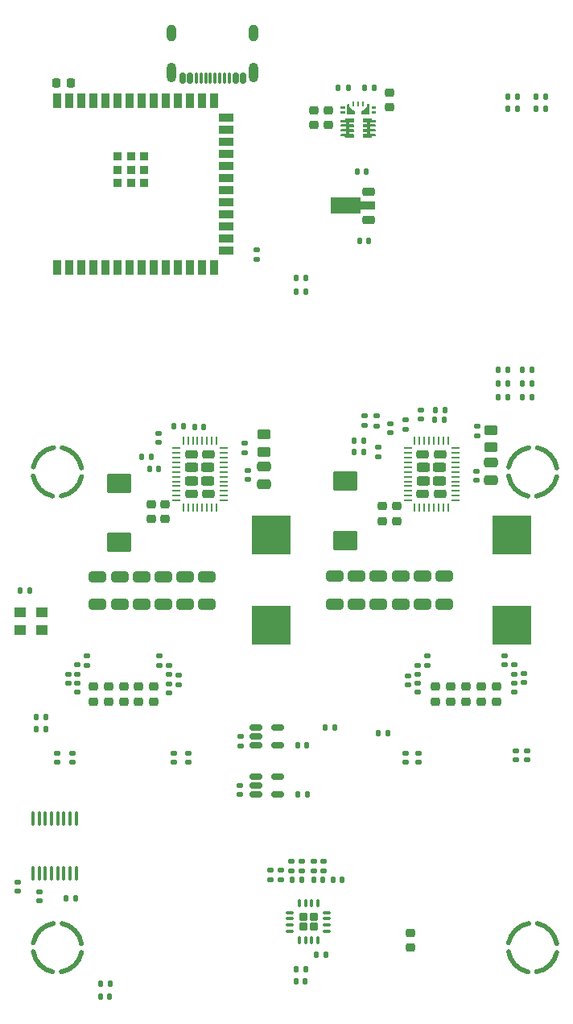
<source format=gbr>
%TF.GenerationSoftware,KiCad,Pcbnew,8.0.7*%
%TF.CreationDate,2025-02-10T22:40:20-05:00*%
%TF.ProjectId,BitaxeGT,42697461-7865-4475-942e-6b696361645f,v800*%
%TF.SameCoordinates,Original*%
%TF.FileFunction,Paste,Bot*%
%TF.FilePolarity,Positive*%
%FSLAX46Y46*%
G04 Gerber Fmt 4.6, Leading zero omitted, Abs format (unit mm)*
G04 Created by KiCad (PCBNEW 8.0.7) date 2025-02-10 22:40:20*
%MOMM*%
%LPD*%
G01*
G04 APERTURE LIST*
G04 Aperture macros list*
%AMRoundRect*
0 Rectangle with rounded corners*
0 $1 Rounding radius*
0 $2 $3 $4 $5 $6 $7 $8 $9 X,Y pos of 4 corners*
0 Add a 4 corners polygon primitive as box body*
4,1,4,$2,$3,$4,$5,$6,$7,$8,$9,$2,$3,0*
0 Add four circle primitives for the rounded corners*
1,1,$1+$1,$2,$3*
1,1,$1+$1,$4,$5*
1,1,$1+$1,$6,$7*
1,1,$1+$1,$8,$9*
0 Add four rect primitives between the rounded corners*
20,1,$1+$1,$2,$3,$4,$5,0*
20,1,$1+$1,$4,$5,$6,$7,0*
20,1,$1+$1,$6,$7,$8,$9,0*
20,1,$1+$1,$8,$9,$2,$3,0*%
%AMFreePoly0*
4,1,9,3.862500,-0.866500,0.737500,-0.866500,0.737500,-0.450000,-0.737500,-0.450000,-0.737500,0.450000,0.737500,0.450000,0.737500,0.866500,3.862500,0.866500,3.862500,-0.866500,3.862500,-0.866500,$1*%
G04 Aperture macros list end*
%ADD10C,0.500000*%
%ADD11C,0.000000*%
%ADD12RoundRect,0.135000X0.185000X-0.135000X0.185000X0.135000X-0.185000X0.135000X-0.185000X-0.135000X0*%
%ADD13RoundRect,0.140000X0.170000X-0.140000X0.170000X0.140000X-0.170000X0.140000X-0.170000X-0.140000X0*%
%ADD14RoundRect,0.140000X-0.140000X-0.170000X0.140000X-0.170000X0.140000X0.170000X-0.140000X0.170000X0*%
%ADD15RoundRect,0.135000X0.135000X0.185000X-0.135000X0.185000X-0.135000X-0.185000X0.135000X-0.185000X0*%
%ADD16RoundRect,0.140000X-0.170000X0.140000X-0.170000X-0.140000X0.170000X-0.140000X0.170000X0.140000X0*%
%ADD17RoundRect,0.250000X-0.650000X0.325000X-0.650000X-0.325000X0.650000X-0.325000X0.650000X0.325000X0*%
%ADD18RoundRect,0.225000X0.225000X0.250000X-0.225000X0.250000X-0.225000X-0.250000X0.225000X-0.250000X0*%
%ADD19RoundRect,0.225000X-0.250000X0.225000X-0.250000X-0.225000X0.250000X-0.225000X0.250000X0.225000X0*%
%ADD20R,1.300000X1.100000*%
%ADD21RoundRect,0.135000X-0.135000X-0.185000X0.135000X-0.185000X0.135000X0.185000X-0.135000X0.185000X0*%
%ADD22RoundRect,0.150000X-0.512500X-0.150000X0.512500X-0.150000X0.512500X0.150000X-0.512500X0.150000X0*%
%ADD23RoundRect,0.062500X0.062500X0.337500X-0.062500X0.337500X-0.062500X-0.337500X0.062500X-0.337500X0*%
%ADD24RoundRect,0.062500X0.337500X0.062500X-0.337500X0.062500X-0.337500X-0.062500X0.337500X-0.062500X0*%
%ADD25RoundRect,0.220588X0.429412X0.229412X-0.429412X0.229412X-0.429412X-0.229412X0.429412X-0.229412X0*%
%ADD26RoundRect,0.232843X0.467157X0.242157X-0.467157X0.242157X-0.467157X-0.242157X0.467157X-0.242157X0*%
%ADD27RoundRect,0.140000X0.140000X0.170000X-0.140000X0.170000X-0.140000X-0.170000X0.140000X-0.170000X0*%
%ADD28R,0.220000X0.599999*%
%ADD29RoundRect,0.250000X0.475000X-0.250000X0.475000X0.250000X-0.475000X0.250000X-0.475000X-0.250000X0*%
%ADD30R,4.100000X4.100000*%
%ADD31O,1.000000X2.100000*%
%ADD32O,1.000000X1.800000*%
%ADD33RoundRect,0.075000X-0.075000X-0.500000X0.075000X-0.500000X0.075000X0.500000X-0.075000X0.500000X0*%
%ADD34RoundRect,0.150000X-0.150000X-0.425000X0.150000X-0.425000X0.150000X0.425000X-0.150000X0.425000X0*%
%ADD35RoundRect,0.135000X-0.185000X0.135000X-0.185000X-0.135000X0.185000X-0.135000X0.185000X0.135000X0*%
%ADD36RoundRect,0.250000X0.450000X-0.262500X0.450000X0.262500X-0.450000X0.262500X-0.450000X-0.262500X0*%
%ADD37RoundRect,0.100000X-0.100000X0.637500X-0.100000X-0.637500X0.100000X-0.637500X0.100000X0.637500X0*%
%ADD38RoundRect,0.225000X0.250000X-0.225000X0.250000X0.225000X-0.250000X0.225000X-0.250000X-0.225000X0*%
%ADD39RoundRect,0.250000X-1.025000X0.787500X-1.025000X-0.787500X1.025000X-0.787500X1.025000X0.787500X0*%
%ADD40R,0.900000X1.500000*%
%ADD41R,1.500000X0.900000*%
%ADD42R,0.900000X0.900000*%
%ADD43RoundRect,0.075000X-0.350000X0.075000X-0.350000X-0.075000X0.350000X-0.075000X0.350000X0.075000X0*%
%ADD44RoundRect,0.075000X-0.075000X0.350000X-0.075000X-0.350000X0.075000X-0.350000X0.075000X0.350000X0*%
%ADD45RoundRect,0.212500X-0.212500X0.212500X-0.212500X-0.212500X0.212500X-0.212500X0.212500X0.212500X0*%
%ADD46RoundRect,0.225000X0.425000X0.225000X-0.425000X0.225000X-0.425000X-0.225000X0.425000X-0.225000X0*%
%ADD47FreePoly0,180.000000*%
G04 APERTURE END LIST*
D10*
%TO.C,H5*%
X156489578Y-84456012D02*
G75*
G02*
X158537929Y-86589611I-500002J-2530078D01*
G01*
X158543988Y-87489578D02*
G75*
G02*
X156410389Y-89537929I-2530078J500002D01*
G01*
X153469924Y-86500000D02*
G75*
G02*
X155603523Y-84451649I2530078J-500002D01*
G01*
X155510422Y-89543988D02*
G75*
G02*
X153462071Y-87410389I500002J2530078D01*
G01*
%TO.C,H8*%
X156489578Y-134456012D02*
G75*
G02*
X158537929Y-136589611I-500002J-2530078D01*
G01*
X158543988Y-137489578D02*
G75*
G02*
X156410389Y-139537929I-2530078J500002D01*
G01*
X153469924Y-136500000D02*
G75*
G02*
X155603523Y-134451649I2530078J-500002D01*
G01*
X155510422Y-139543988D02*
G75*
G02*
X153462071Y-137410389I500002J2530078D01*
G01*
%TO.C,H7*%
X106489578Y-134456012D02*
G75*
G02*
X108537929Y-136589611I-500002J-2530078D01*
G01*
X108543988Y-137489578D02*
G75*
G02*
X106410389Y-139537929I-2530078J500002D01*
G01*
X103469924Y-136500000D02*
G75*
G02*
X105603523Y-134451649I2530078J-500002D01*
G01*
X105510422Y-139543988D02*
G75*
G02*
X103462071Y-137410389I500002J2530078D01*
G01*
%TO.C,H6*%
X106489578Y-84456012D02*
G75*
G02*
X108537929Y-86589611I-500002J-2530078D01*
G01*
X108543988Y-87489578D02*
G75*
G02*
X106410389Y-89537929I-2530078J500002D01*
G01*
X103469924Y-86500000D02*
G75*
G02*
X105603523Y-84451649I2530078J-500002D01*
G01*
X105510422Y-89543988D02*
G75*
G02*
X103462071Y-87410389I500002J2530078D01*
G01*
D11*
%TO.C,U3*%
G36*
X136250000Y-48624999D02*
G01*
X136250000Y-48774999D01*
X136200000Y-48824999D01*
X135850001Y-48824999D01*
X135800001Y-48774999D01*
X135800001Y-48624999D01*
X135850001Y-48574999D01*
X136200000Y-48574999D01*
X136250000Y-48624999D01*
G37*
G36*
X136250000Y-49125001D02*
G01*
X136250000Y-49275001D01*
X136200000Y-49325000D01*
X135850001Y-49325000D01*
X135800001Y-49275001D01*
X135800001Y-49125001D01*
X135850001Y-49075001D01*
X136200000Y-49075001D01*
X136250000Y-49125001D01*
G37*
G36*
X139499999Y-49125001D02*
G01*
X139499999Y-49275001D01*
X139449999Y-49325000D01*
X139100000Y-49325000D01*
X139050000Y-49275001D01*
X139050000Y-49125001D01*
X139100000Y-49075001D01*
X139449999Y-49075001D01*
X139499999Y-49125001D01*
G37*
G36*
X139499999Y-48624999D02*
G01*
X139499999Y-48774999D01*
X139449999Y-48824999D01*
X139100000Y-48824999D01*
X139050000Y-48774999D01*
X139050000Y-48624999D01*
X139100000Y-48574999D01*
X139449999Y-48574999D01*
X139499999Y-48624999D01*
G37*
G36*
X136750002Y-48410001D02*
G01*
X136749999Y-48604001D01*
X136765001Y-48640001D01*
X137125000Y-49000000D01*
X137161002Y-49015001D01*
X137250001Y-49015001D01*
X137300001Y-49065001D01*
X137300001Y-49365000D01*
X137250001Y-49415000D01*
X136500000Y-49415000D01*
X136450000Y-49365000D01*
X136450000Y-48409999D01*
X136500000Y-48360001D01*
X136699999Y-48360001D01*
X136750002Y-48410001D01*
G37*
G36*
X138850000Y-48410001D02*
G01*
X138850000Y-49365000D01*
X138800000Y-49415000D01*
X138049999Y-49415000D01*
X137999999Y-49365000D01*
X137999999Y-49065001D01*
X138049999Y-49015001D01*
X138138998Y-49015001D01*
X138175000Y-49000000D01*
X138534999Y-48640001D01*
X138550001Y-48604001D01*
X138549998Y-48410001D01*
X138600001Y-48360001D01*
X138800000Y-48360001D01*
X138850000Y-48410001D01*
G37*
G36*
X137190001Y-49874999D02*
G01*
X137190001Y-50214999D01*
X137140001Y-50264996D01*
X136769999Y-50265001D01*
X136719999Y-50314998D01*
X136719999Y-50415001D01*
X136769999Y-50465001D01*
X137140001Y-50465001D01*
X137190001Y-50515001D01*
X137189998Y-50714998D01*
X137140001Y-50765000D01*
X136769999Y-50765000D01*
X136719999Y-50815000D01*
X136719999Y-50914997D01*
X136769999Y-50965000D01*
X137140001Y-50965000D01*
X137190001Y-51015000D01*
X137190001Y-51214999D01*
X137140001Y-51264999D01*
X136769999Y-51265002D01*
X136719999Y-51314999D01*
X136719999Y-51414999D01*
X136769999Y-51464999D01*
X137140001Y-51465001D01*
X137190001Y-51515001D01*
X137190003Y-51855000D01*
X137140001Y-51905000D01*
X136300000Y-51905000D01*
X136250000Y-51855000D01*
X136250000Y-51789999D01*
X136200000Y-51739999D01*
X135850001Y-51739999D01*
X135800001Y-51690000D01*
X135800001Y-51540000D01*
X135850001Y-51490000D01*
X136350000Y-51490000D01*
X136400000Y-51440000D01*
X136400000Y-51290000D01*
X136350000Y-51239998D01*
X135850001Y-51240000D01*
X135800001Y-51190001D01*
X135800001Y-51040001D01*
X135850001Y-50989998D01*
X136350000Y-50989998D01*
X136400000Y-50940001D01*
X136400000Y-50790001D01*
X136350000Y-50739999D01*
X135850001Y-50739999D01*
X135800001Y-50689999D01*
X135800001Y-50539999D01*
X135850001Y-50489999D01*
X136350000Y-50489999D01*
X136400000Y-50439997D01*
X136400000Y-50290000D01*
X136350000Y-50239992D01*
X135850001Y-50240000D01*
X135800004Y-50190010D01*
X135799999Y-50040000D01*
X135850001Y-49990011D01*
X136200000Y-49990000D01*
X136250000Y-49940003D01*
X136250000Y-49874999D01*
X136300000Y-49825002D01*
X137139998Y-49824999D01*
X137190001Y-49874999D01*
G37*
G36*
X139000000Y-49825002D02*
G01*
X139050000Y-49874999D01*
X139050000Y-49940001D01*
X139100000Y-49990000D01*
X139449999Y-49990011D01*
X139500001Y-50040000D01*
X139499996Y-50190010D01*
X139449999Y-50240000D01*
X138950000Y-50239992D01*
X138900000Y-50290000D01*
X138900000Y-50439997D01*
X138950000Y-50489999D01*
X139449999Y-50489999D01*
X139499999Y-50539999D01*
X139499999Y-50689999D01*
X139449999Y-50739999D01*
X138950000Y-50739999D01*
X138900000Y-50789999D01*
X138900000Y-50940001D01*
X138950000Y-50989998D01*
X139449999Y-50989998D01*
X139499999Y-51040001D01*
X139499999Y-51190001D01*
X139449999Y-51240000D01*
X138950000Y-51239998D01*
X138900000Y-51290000D01*
X138900000Y-51440000D01*
X138950000Y-51490000D01*
X139449999Y-51490000D01*
X139499999Y-51540000D01*
X139499999Y-51690000D01*
X139449999Y-51739999D01*
X139100000Y-51739999D01*
X139050000Y-51789999D01*
X139050000Y-51855000D01*
X139000000Y-51905000D01*
X138159999Y-51905000D01*
X138109997Y-51855000D01*
X138109999Y-51515001D01*
X138159999Y-51464999D01*
X138530001Y-51464999D01*
X138580001Y-51414999D01*
X138580001Y-51314999D01*
X138530001Y-51265002D01*
X138159999Y-51264999D01*
X138109999Y-51214999D01*
X138109999Y-51015000D01*
X138160002Y-50965000D01*
X138530001Y-50965000D01*
X138580001Y-50914997D01*
X138580001Y-50815000D01*
X138530001Y-50765000D01*
X138159999Y-50765000D01*
X138110002Y-50714998D01*
X138109999Y-50515001D01*
X138159999Y-50465001D01*
X138530001Y-50465001D01*
X138580001Y-50415001D01*
X138580001Y-50314998D01*
X138530001Y-50265001D01*
X138159999Y-50264996D01*
X138109999Y-50214999D01*
X138109999Y-49874999D01*
X138160002Y-49824999D01*
X139000000Y-49825002D01*
G37*
%TD*%
D12*
%TO.C,R29*%
X134000000Y-128900000D03*
X134000000Y-127880000D03*
%TD*%
D13*
%TO.C,C17*%
X138300000Y-82080000D03*
X138300000Y-81120000D03*
%TD*%
D14*
%TO.C,C37*%
X115720000Y-86650000D03*
X116680000Y-86650000D03*
%TD*%
D15*
%TO.C,R22*%
X157400000Y-47600000D03*
X156380000Y-47600000D03*
%TD*%
D16*
%TO.C,C7*%
X150100000Y-86920000D03*
X150100000Y-87880000D03*
%TD*%
D13*
%TO.C,C84*%
X143950000Y-117530000D03*
X143950000Y-116570000D03*
%TD*%
D17*
%TO.C,C12*%
X139800000Y-97975000D03*
X139800000Y-100925000D03*
%TD*%
%TO.C,C33*%
X114850000Y-98000000D03*
X114850000Y-100950000D03*
%TD*%
D18*
%TO.C,C49*%
X107425000Y-46150000D03*
X105875000Y-46150000D03*
%TD*%
D19*
%TO.C,C38*%
X116150000Y-109575000D03*
X116150000Y-111125000D03*
%TD*%
D17*
%TO.C,C14*%
X135200000Y-97975000D03*
X135200000Y-100925000D03*
%TD*%
D13*
%TO.C,C65*%
X107125000Y-109205000D03*
X107125000Y-108245000D03*
%TD*%
D20*
%TO.C,U8*%
X102050000Y-101750000D03*
X104350000Y-101750000D03*
X104350000Y-103650000D03*
X102050000Y-103650000D03*
%TD*%
D21*
%TO.C,R20*%
X110540000Y-140800000D03*
X111560000Y-140800000D03*
%TD*%
D22*
%TO.C,U11*%
X126875000Y-120900000D03*
X126875000Y-119950000D03*
X126875000Y-119000000D03*
X129150000Y-119000000D03*
X129150000Y-120900000D03*
%TD*%
D23*
%TO.C,U4*%
X122750000Y-83750000D03*
X122250000Y-83750000D03*
X121750000Y-83750000D03*
X121250000Y-83750000D03*
X120750000Y-83750000D03*
X120250000Y-83750000D03*
X119750000Y-83750000D03*
X119250000Y-83750000D03*
D24*
X118500000Y-84500000D03*
X118500000Y-85000000D03*
X118500000Y-85500000D03*
X118500000Y-86000000D03*
X118500000Y-86500000D03*
X118500000Y-87000000D03*
X118500000Y-87500000D03*
X118500000Y-88000000D03*
X118500000Y-88500000D03*
X118500000Y-89000000D03*
X118500000Y-89500000D03*
X118500000Y-90000000D03*
D23*
X119250000Y-90750000D03*
X119750000Y-90750000D03*
X120250000Y-90750000D03*
X120750000Y-90750000D03*
X121250000Y-90750000D03*
X121750000Y-90750000D03*
X122250000Y-90750000D03*
X122750000Y-90750000D03*
D24*
X123500000Y-90000000D03*
X123500000Y-89500000D03*
X123500000Y-89000000D03*
X123500000Y-88500000D03*
X123500000Y-88000000D03*
X123500000Y-87500000D03*
X123500000Y-87000000D03*
X123500000Y-86500000D03*
X123500000Y-86000000D03*
X123500000Y-85500000D03*
X123500000Y-85000000D03*
X123500000Y-84500000D03*
D25*
X120100000Y-85150000D03*
X120100000Y-89350000D03*
D26*
X120150000Y-86550000D03*
X120150000Y-87950000D03*
X121850000Y-86550000D03*
X121850000Y-87950000D03*
D25*
X121900000Y-85150000D03*
X121900000Y-89350000D03*
%TD*%
D13*
%TO.C,C80*%
X106000000Y-117530000D03*
X106000000Y-116570000D03*
%TD*%
%TO.C,C85*%
X142600000Y-117530000D03*
X142600000Y-116570000D03*
%TD*%
%TO.C,C75*%
X144940000Y-107310000D03*
X144940000Y-106350000D03*
%TD*%
D16*
%TO.C,C68*%
X116750000Y-106345000D03*
X116750000Y-107305000D03*
%TD*%
D19*
%TO.C,C57*%
X109800000Y-109575000D03*
X109800000Y-111125000D03*
%TD*%
%TO.C,C2*%
X141675000Y-90600000D03*
X141675000Y-92150000D03*
%TD*%
D14*
%TO.C,C53*%
X102120000Y-99500000D03*
X103080000Y-99500000D03*
%TD*%
D21*
%TO.C,R26*%
X103790000Y-114040000D03*
X104810000Y-114040000D03*
%TD*%
%TO.C,R21*%
X131090000Y-68100000D03*
X132110000Y-68100000D03*
%TD*%
D13*
%TO.C,C87*%
X155400000Y-117270000D03*
X155400000Y-116310000D03*
%TD*%
D17*
%TO.C,C11*%
X142100000Y-97975000D03*
X142100000Y-100925000D03*
%TD*%
D16*
%TO.C,C71*%
X117725000Y-109270000D03*
X117725000Y-110230000D03*
%TD*%
D21*
%TO.C,R23*%
X106890000Y-131800000D03*
X107910000Y-131800000D03*
%TD*%
%TO.C,R9*%
X154940000Y-76300000D03*
X155960000Y-76300000D03*
%TD*%
D27*
%TO.C,C20*%
X146680000Y-81550000D03*
X145720000Y-81550000D03*
%TD*%
D19*
%TO.C,C58*%
X152200000Y-109575000D03*
X152200000Y-111125000D03*
%TD*%
D21*
%TO.C,R19*%
X118290000Y-82200000D03*
X119310000Y-82200000D03*
%TD*%
D19*
%TO.C,C55*%
X112990000Y-109575000D03*
X112990000Y-111125000D03*
%TD*%
D14*
%TO.C,C92*%
X135020000Y-129890000D03*
X135980000Y-129890000D03*
%TD*%
D28*
%TO.C,U3*%
X137150001Y-48300001D03*
X137650000Y-48300001D03*
X138149999Y-48300001D03*
%TD*%
D21*
%TO.C,R8*%
X145740000Y-80500000D03*
X146760000Y-80500000D03*
%TD*%
D12*
%TO.C,R36*%
X130650000Y-128910000D03*
X130650000Y-127890000D03*
%TD*%
D16*
%TO.C,C88*%
X125212500Y-119970000D03*
X125212500Y-120930000D03*
%TD*%
D19*
%TO.C,C23*%
X117325000Y-90425000D03*
X117325000Y-91975000D03*
%TD*%
D21*
%TO.C,R13*%
X152340000Y-77700000D03*
X153360000Y-77700000D03*
%TD*%
D13*
%TO.C,C66*%
X108125000Y-108255000D03*
X108125000Y-107295000D03*
%TD*%
D17*
%TO.C,C34*%
X112550000Y-98000000D03*
X112550000Y-100950000D03*
%TD*%
D21*
%TO.C,R39*%
X153390000Y-47600000D03*
X154410000Y-47600000D03*
%TD*%
D19*
%TO.C,C60*%
X149000000Y-109575000D03*
X149000000Y-111125000D03*
%TD*%
D17*
%TO.C,C32*%
X117150000Y-98000000D03*
X117150000Y-100950000D03*
%TD*%
D19*
%TO.C,C59*%
X150600000Y-109575000D03*
X150600000Y-111125000D03*
%TD*%
D29*
%TO.C,C29*%
X127725000Y-88325000D03*
X127725000Y-86425000D03*
%TD*%
D30*
%TO.C,L1*%
X153850000Y-93650000D03*
X153850000Y-103150000D03*
%TD*%
D19*
%TO.C,C54*%
X114550000Y-109575000D03*
X114550000Y-111125000D03*
%TD*%
D30*
%TO.C,L2*%
X128500000Y-93650000D03*
X128500000Y-103150000D03*
%TD*%
D13*
%TO.C,C81*%
X107550000Y-117530000D03*
X107550000Y-116570000D03*
%TD*%
D21*
%TO.C,R18*%
X135565000Y-46650000D03*
X136585000Y-46650000D03*
%TD*%
D13*
%TO.C,C83*%
X118250000Y-117530000D03*
X118250000Y-116570000D03*
%TD*%
D19*
%TO.C,C24*%
X115850000Y-90425000D03*
X115850000Y-91975000D03*
%TD*%
D31*
%TO.C,J4*%
X126670000Y-45065000D03*
D32*
X126670000Y-40885000D03*
D31*
X118030000Y-45065000D03*
D32*
X118030000Y-40885000D03*
D33*
X120600000Y-45640000D03*
X121600000Y-45640000D03*
X123100000Y-45640000D03*
X124100000Y-45640000D03*
D34*
X124750000Y-45640000D03*
X125550000Y-45640000D03*
D33*
X123600000Y-45640000D03*
X122600000Y-45640000D03*
X122100000Y-45640000D03*
X121100000Y-45640000D03*
D34*
X119950000Y-45640000D03*
X119150000Y-45640000D03*
%TD*%
D23*
%TO.C,U1*%
X147100000Y-83750000D03*
X146600000Y-83750000D03*
X146100000Y-83750000D03*
X145600000Y-83750000D03*
X145100000Y-83750000D03*
X144600000Y-83750000D03*
X144100000Y-83750000D03*
X143600000Y-83750000D03*
D24*
X142850000Y-84500000D03*
X142850000Y-85000000D03*
X142850000Y-85500000D03*
X142850000Y-86000000D03*
X142850000Y-86500000D03*
X142850000Y-87000000D03*
X142850000Y-87500000D03*
X142850000Y-88000000D03*
X142850000Y-88500000D03*
X142850000Y-89000000D03*
X142850000Y-89500000D03*
X142850000Y-90000000D03*
D23*
X143600000Y-90750000D03*
X144100000Y-90750000D03*
X144600000Y-90750000D03*
X145100000Y-90750000D03*
X145600000Y-90750000D03*
X146100000Y-90750000D03*
X146600000Y-90750000D03*
X147100000Y-90750000D03*
D24*
X147850000Y-90000000D03*
X147850000Y-89500000D03*
X147850000Y-89000000D03*
X147850000Y-88500000D03*
X147850000Y-88000000D03*
X147850000Y-87500000D03*
X147850000Y-87000000D03*
X147850000Y-86500000D03*
X147850000Y-86000000D03*
X147850000Y-85500000D03*
X147850000Y-85000000D03*
X147850000Y-84500000D03*
D25*
X144450000Y-85150000D03*
X144450000Y-89350000D03*
D26*
X144500000Y-86550000D03*
X144500000Y-87950000D03*
X146200000Y-86550000D03*
X146200000Y-87950000D03*
D25*
X146250000Y-85150000D03*
X146250000Y-89350000D03*
%TD*%
D15*
%TO.C,R40*%
X157410000Y-48800000D03*
X156390000Y-48800000D03*
%TD*%
%TO.C,R4*%
X138260000Y-83700000D03*
X137240000Y-83700000D03*
%TD*%
D13*
%TO.C,C67*%
X109150000Y-107330000D03*
X109150000Y-106370000D03*
%TD*%
D14*
%TO.C,C46*%
X137820000Y-62700000D03*
X138780000Y-62700000D03*
%TD*%
D12*
%TO.C,R32*%
X132950000Y-128900000D03*
X132950000Y-127880000D03*
%TD*%
%TO.C,R34*%
X131700000Y-128910000D03*
X131700000Y-127890000D03*
%TD*%
D16*
%TO.C,C90*%
X125262500Y-114820000D03*
X125262500Y-115780000D03*
%TD*%
D35*
%TO.C,R35*%
X129500000Y-128840000D03*
X129500000Y-129860000D03*
%TD*%
D12*
%TO.C,R33*%
X128450000Y-129860000D03*
X128450000Y-128840000D03*
%TD*%
D15*
%TO.C,R30*%
X132110000Y-139300000D03*
X131090000Y-139300000D03*
%TD*%
D36*
%TO.C,R2*%
X151625000Y-84437500D03*
X151625000Y-82612500D03*
%TD*%
D14*
%TO.C,C47*%
X137570000Y-55450000D03*
X138530000Y-55450000D03*
%TD*%
D12*
%TO.C,R1*%
X142600000Y-82510000D03*
X142600000Y-81490000D03*
%TD*%
D37*
%TO.C,U7*%
X103425000Y-123425000D03*
X104075000Y-123425000D03*
X104725000Y-123425000D03*
X105375000Y-123425000D03*
X106025000Y-123425000D03*
X106675000Y-123425000D03*
X107325000Y-123425000D03*
X107975000Y-123425000D03*
X107975000Y-129150000D03*
X107325000Y-129150000D03*
X106675000Y-129150000D03*
X106025000Y-129150000D03*
X105375000Y-129150000D03*
X104725000Y-129150000D03*
X104075000Y-129150000D03*
X103425000Y-129150000D03*
%TD*%
D13*
%TO.C,C64*%
X108125000Y-110155000D03*
X108125000Y-109195000D03*
%TD*%
D16*
%TO.C,C15*%
X141050000Y-81920000D03*
X141050000Y-82880000D03*
%TD*%
%TO.C,C70*%
X118775000Y-108395000D03*
X118775000Y-109355000D03*
%TD*%
%TO.C,C78*%
X155050000Y-108170000D03*
X155050000Y-109130000D03*
%TD*%
D22*
%TO.C,U12*%
X126875000Y-115762500D03*
X126875000Y-114812500D03*
X126875000Y-113862500D03*
X129150000Y-113862500D03*
X129150000Y-115762500D03*
%TD*%
D16*
%TO.C,C19*%
X150150000Y-82220000D03*
X150150000Y-83180000D03*
%TD*%
D35*
%TO.C,R5*%
X139600000Y-81140000D03*
X139600000Y-82160000D03*
%TD*%
D16*
%TO.C,C76*%
X153010000Y-106310000D03*
X153010000Y-107270000D03*
%TD*%
D13*
%TO.C,C74*%
X143925000Y-108280000D03*
X143925000Y-107320000D03*
%TD*%
D19*
%TO.C,C62*%
X145800000Y-109575000D03*
X145800000Y-111125000D03*
%TD*%
D38*
%TO.C,C39*%
X140925000Y-48675000D03*
X140925000Y-47125000D03*
%TD*%
D19*
%TO.C,C56*%
X111400000Y-109575000D03*
X111400000Y-111125000D03*
%TD*%
D36*
%TO.C,R15*%
X127725000Y-84912500D03*
X127725000Y-83087500D03*
%TD*%
D14*
%TO.C,C48*%
X110520000Y-142150000D03*
X111480000Y-142150000D03*
%TD*%
D21*
%TO.C,R31*%
X133240000Y-137700000D03*
X134260000Y-137700000D03*
%TD*%
D39*
%TO.C,C1*%
X136325000Y-87962500D03*
X136325000Y-94187500D03*
%TD*%
D16*
%TO.C,C79*%
X154050000Y-109195000D03*
X154050000Y-110155000D03*
%TD*%
D19*
%TO.C,C61*%
X147400000Y-109575000D03*
X147400000Y-111125000D03*
%TD*%
D21*
%TO.C,R10*%
X154940000Y-77700000D03*
X155960000Y-77700000D03*
%TD*%
%TO.C,R7*%
X154940000Y-79150000D03*
X155960000Y-79150000D03*
%TD*%
D40*
%TO.C,U6*%
X106010000Y-48000000D03*
X107280000Y-48000000D03*
X108550000Y-48000000D03*
X109820000Y-48000000D03*
X111090000Y-48000000D03*
X112360000Y-48000000D03*
X113630000Y-48000000D03*
X114900000Y-48000000D03*
X116170000Y-48000000D03*
X117440000Y-48000000D03*
X118710000Y-48000000D03*
X119980000Y-48000000D03*
X121250000Y-48000000D03*
X122520000Y-48000000D03*
D41*
X123770000Y-49765000D03*
X123770000Y-51035000D03*
X123770000Y-52305000D03*
X123770000Y-53575000D03*
X123770000Y-54845000D03*
X123770000Y-56115000D03*
X123770000Y-57385000D03*
X123770000Y-58655000D03*
X123770000Y-59925000D03*
X123770000Y-61195000D03*
X123770000Y-62465000D03*
X123770000Y-63735000D03*
D40*
X122520000Y-65500000D03*
X121250000Y-65500000D03*
X119980000Y-65500000D03*
X118710000Y-65500000D03*
X117440000Y-65500000D03*
X116170000Y-65500000D03*
X114900000Y-65500000D03*
X113630000Y-65500000D03*
X112360000Y-65500000D03*
X111090000Y-65500000D03*
X109820000Y-65500000D03*
X108550000Y-65500000D03*
X107280000Y-65500000D03*
X106010000Y-65500000D03*
D42*
X115130000Y-53850000D03*
X113730000Y-53850000D03*
X112330000Y-53850000D03*
X115130000Y-55250000D03*
X113730000Y-55250000D03*
X112330000Y-55250000D03*
X115130000Y-56650000D03*
X113730000Y-56650000D03*
X112330000Y-56650000D03*
%TD*%
D19*
%TO.C,C3*%
X140200000Y-90600000D03*
X140200000Y-92150000D03*
%TD*%
D16*
%TO.C,C28*%
X126000000Y-86870000D03*
X126000000Y-87830000D03*
%TD*%
D27*
%TO.C,C91*%
X132230000Y-115750000D03*
X131270000Y-115750000D03*
%TD*%
D17*
%TO.C,C31*%
X119450000Y-98000000D03*
X119450000Y-100950000D03*
%TD*%
D15*
%TO.C,R11*%
X153375000Y-79150000D03*
X152355000Y-79150000D03*
%TD*%
D38*
%TO.C,C41*%
X143150000Y-136975000D03*
X143150000Y-135425000D03*
%TD*%
%TO.C,C44*%
X132975000Y-50575000D03*
X132975000Y-49025000D03*
%TD*%
D27*
%TO.C,C45*%
X121380000Y-82250000D03*
X120420000Y-82250000D03*
%TD*%
D21*
%TO.C,R12*%
X152340000Y-76300000D03*
X153360000Y-76300000D03*
%TD*%
D13*
%TO.C,C18*%
X144250000Y-81480000D03*
X144250000Y-80520000D03*
%TD*%
D17*
%TO.C,C9*%
X146700000Y-97975000D03*
X146700000Y-100925000D03*
%TD*%
D27*
%TO.C,C93*%
X133930000Y-129900000D03*
X132970000Y-129900000D03*
%TD*%
D43*
%TO.C,U13*%
X130475000Y-133300000D03*
X130475000Y-133950000D03*
X130475000Y-134600000D03*
X130475000Y-135250000D03*
D44*
X131450000Y-136225000D03*
X132100000Y-136225000D03*
X132750000Y-136225000D03*
X133400000Y-136225000D03*
D43*
X134375000Y-135250000D03*
X134375000Y-134600000D03*
X134375000Y-133950000D03*
X134375000Y-133300000D03*
D44*
X133400000Y-132325000D03*
X132750000Y-132325000D03*
X132100000Y-132325000D03*
X131450000Y-132325000D03*
D45*
X131900000Y-134800000D03*
X132950000Y-134800000D03*
X131900000Y-133750000D03*
X132950000Y-133750000D03*
%TD*%
D13*
%TO.C,C72*%
X143925000Y-110180000D03*
X143925000Y-109220000D03*
%TD*%
%TO.C,C86*%
X154200000Y-117270000D03*
X154200000Y-116310000D03*
%TD*%
D17*
%TO.C,C13*%
X137500000Y-97975000D03*
X137500000Y-100925000D03*
%TD*%
D35*
%TO.C,R6*%
X127000000Y-63690000D03*
X127000000Y-64710000D03*
%TD*%
D39*
%TO.C,C22*%
X112475000Y-88187500D03*
X112475000Y-94412500D03*
%TD*%
D17*
%TO.C,C10*%
X144400000Y-97975000D03*
X144400000Y-100925000D03*
%TD*%
D14*
%TO.C,C94*%
X131120000Y-140500000D03*
X132080000Y-140500000D03*
%TD*%
D17*
%TO.C,C35*%
X110237500Y-98000000D03*
X110237500Y-100950000D03*
%TD*%
D13*
%TO.C,C73*%
X142900000Y-109380000D03*
X142900000Y-108420000D03*
%TD*%
D16*
%TO.C,C36*%
X116650000Y-82920000D03*
X116650000Y-83880000D03*
%TD*%
D21*
%TO.C,R28*%
X139740000Y-114450000D03*
X140760000Y-114450000D03*
%TD*%
%TO.C,R16*%
X114840000Y-85450000D03*
X115860000Y-85450000D03*
%TD*%
%TO.C,R38*%
X153390000Y-48800000D03*
X154410000Y-48800000D03*
%TD*%
%TO.C,R17*%
X138290000Y-46600000D03*
X139310000Y-46600000D03*
%TD*%
%TO.C,R3*%
X137240000Y-84900000D03*
X138260000Y-84900000D03*
%TD*%
D16*
%TO.C,C16*%
X139750000Y-84420000D03*
X139750000Y-85380000D03*
%TD*%
D21*
%TO.C,R37*%
X131090000Y-66600000D03*
X132110000Y-66600000D03*
%TD*%
%TO.C,R24*%
X103790000Y-112750000D03*
X104810000Y-112750000D03*
%TD*%
D29*
%TO.C,C8*%
X151625000Y-87875000D03*
X151625000Y-85975000D03*
%TD*%
D27*
%TO.C,C89*%
X132280000Y-120900000D03*
X131320000Y-120900000D03*
%TD*%
D16*
%TO.C,C69*%
X117750000Y-107320000D03*
X117750000Y-108280000D03*
%TD*%
D21*
%TO.C,R27*%
X134190000Y-113850000D03*
X135210000Y-113850000D03*
%TD*%
D16*
%TO.C,C42*%
X125700000Y-84020000D03*
X125700000Y-84980000D03*
%TD*%
%TO.C,C77*%
X154050000Y-107295000D03*
X154050000Y-108255000D03*
%TD*%
D27*
%TO.C,C95*%
X131680000Y-129900000D03*
X130720000Y-129900000D03*
%TD*%
D13*
%TO.C,C51*%
X101800000Y-131080000D03*
X101800000Y-130120000D03*
%TD*%
D17*
%TO.C,C30*%
X121750000Y-98000000D03*
X121750000Y-100950000D03*
%TD*%
D13*
%TO.C,C82*%
X119750000Y-117530000D03*
X119750000Y-116570000D03*
%TD*%
D16*
%TO.C,C52*%
X104100000Y-131120000D03*
X104100000Y-132080000D03*
%TD*%
D46*
%TO.C,U5*%
X138750000Y-57537500D03*
D47*
X138662500Y-59037500D03*
D46*
X138750000Y-60537500D03*
%TD*%
D38*
%TO.C,C43*%
X134525000Y-50575000D03*
X134525000Y-49025000D03*
%TD*%
M02*

</source>
